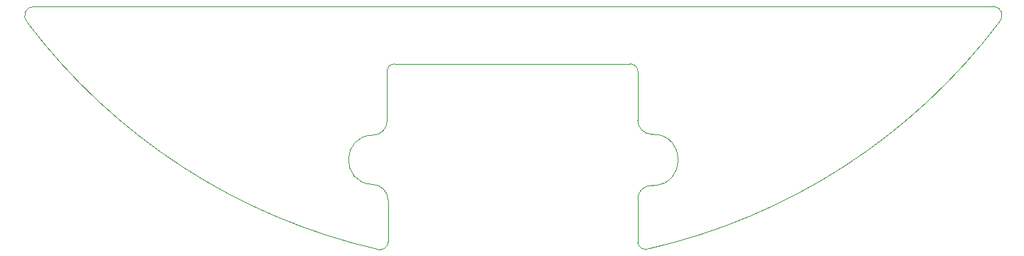
<source format=gm1>
G04 #@! TF.GenerationSoftware,KiCad,Pcbnew,(6.0.8)*
G04 #@! TF.CreationDate,2022-10-23T10:36:42+02:00*
G04 #@! TF.ProjectId,ControlPanelESP,436f6e74-726f-46c5-9061-6e656c455350,rev?*
G04 #@! TF.SameCoordinates,Original*
G04 #@! TF.FileFunction,Profile,NP*
%FSLAX46Y46*%
G04 Gerber Fmt 4.6, Leading zero omitted, Abs format (unit mm)*
G04 Created by KiCad (PCBNEW (6.0.8)) date 2022-10-23 10:36:42*
%MOMM*%
%LPD*%
G01*
G04 APERTURE LIST*
G04 #@! TA.AperFunction,Profile*
%ADD10C,0.100000*%
G04 #@! TD*
G04 #@! TA.AperFunction,Profile*
%ADD11C,0.050000*%
G04 #@! TD*
G04 APERTURE END LIST*
D10*
X78359000Y-94209600D02*
G75*
G03*
X80010000Y-92558567I0J1651000D01*
G01*
D11*
X152923935Y-80736341D02*
G75*
G03*
X152237244Y-78877571I-770335J771641D01*
G01*
X111163600Y-107744058D02*
G75*
G03*
X152923920Y-80736326I-16078010J70649908D01*
G01*
D10*
X109855000Y-86614000D02*
G75*
G03*
X108966000Y-85725000I-889000J0D01*
G01*
X152237244Y-78877571D02*
X37973000Y-78892400D01*
X111633000Y-100203000D02*
X111506000Y-100203000D01*
X80137000Y-101981000D02*
X80137000Y-106807000D01*
X109855000Y-86614000D02*
X109855000Y-92202000D01*
X108966000Y-85725000D02*
X108585000Y-85725000D01*
D11*
X37160201Y-80771999D02*
G75*
G03*
X78971712Y-107822017I57886799J43636999D01*
G01*
D10*
X111506000Y-100203008D02*
G75*
G03*
X109855000Y-101727000I0J-1656292D01*
G01*
X80137000Y-101981000D02*
G75*
G03*
X78232000Y-100076000I-1905000J0D01*
G01*
X78359000Y-94209571D02*
G75*
G03*
X78232000Y-100076000I0J-2934589D01*
G01*
D11*
X37160200Y-80772000D02*
X37124455Y-80737324D01*
D10*
X111633000Y-94107000D02*
X111506000Y-94107000D01*
X80899000Y-85725000D02*
G75*
G03*
X80010000Y-86614000I0J-889000D01*
G01*
X79248000Y-107829400D02*
G75*
G03*
X80137000Y-106940382I0J889000D01*
G01*
X80010000Y-86614000D02*
X80010000Y-92558567D01*
X109855000Y-101727000D02*
X109855000Y-107010201D01*
X109855000Y-92456000D02*
G75*
G03*
X111506000Y-94107000I1651000J0D01*
G01*
X79248000Y-107829382D02*
X78971712Y-107822017D01*
X111633000Y-100203000D02*
G75*
G03*
X111633000Y-94107000I0J3048000D01*
G01*
D11*
X37973000Y-78892400D02*
G75*
G03*
X37124455Y-80737324I0J-1117600D01*
G01*
D10*
X109855000Y-92202000D02*
X109855000Y-92456000D01*
X80137000Y-106940382D02*
X80137000Y-106807000D01*
X80899000Y-85725000D02*
X108585000Y-85725000D01*
D11*
X109854988Y-107010203D02*
G75*
G03*
X111163599Y-107744055I937912J138803D01*
G01*
M02*

</source>
